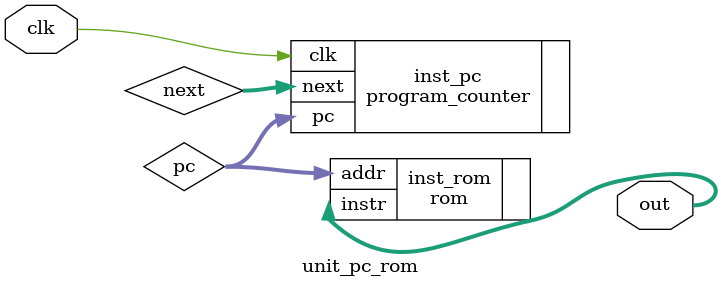
<source format=v>
module unit_pc_rom (
  input clk,
  output [15:0] out
);
  wire [15:0] next;
  wire [15:0] pc;

  program_counter inst_pc (
    .clk,
    .next,
    .pc
  );
  rom inst_rom (
    .addr (pc),
    .instr (out)
  );
endmodule

</source>
